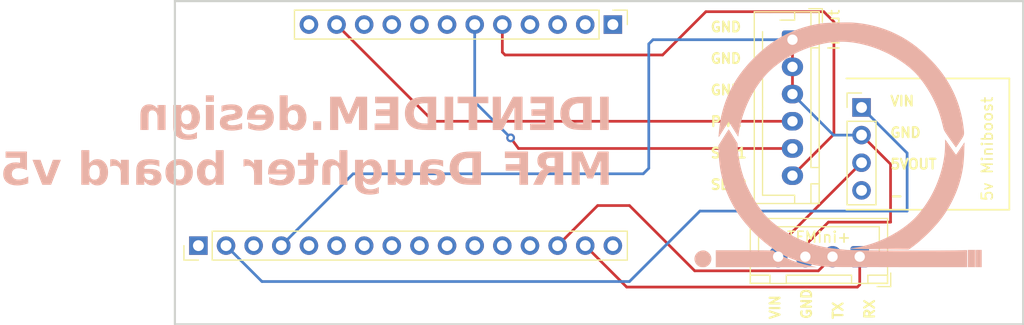
<source format=kicad_pcb>
(kicad_pcb (version 20221018) (generator pcbnew)
  (layers (0 "F.Cu" signal) (31 "B.Cu" signal) (34 "B.Paste" user) (35 "F.Paste" user) (36 "B.SilkS" user "B.Silkscreen") (37 "F.SilkS" user "F.Silkscreen") (38 "B.Mask" user) (39 "F.Mask" user) (44 "Edge.Cuts" user))
  (net 0 "")
  (net 1 "Net-(J2-Pin_6)")
  (net 2 "Net-(J1-Pin_4)")
  (net 6 "Net-(J1-Pin_2)")
  (net 7 "Net-(J2-Pin_11)")
  (net 16 "Net-(J1-Pin_14)")
  (net 17 "Net-(J1-Pin_15)")
  (net 23 "Net-(J2-Pin_5)")
  (net 29 "Net-(J3-Pin_4)")
  (footprint "Connector_PinHeader_2.54mm:PinHeader_1x12_P2.54mm_Vertical" (layer "F.Cu") (at 146.05 101.6 -90)
    (fp_text reference "J2" hide)
    (fp_text value "Feather-2" hide)
    (fp_line (start -1.33 -1.33) (end 0 -1.33) (stroke (width 0.12)) (layer "F.SilkS"))
    (fp_line (start -1.33 0) (end -1.33 -1.33) (stroke (width 0.12)) (layer "F.SilkS"))
    (fp_line (start -1.33 1.27) (end -1.33 29.27) (stroke (width 0.12)) (layer "F.SilkS"))
    (fp_line (start -1.33 1.27) (end 1.33 1.27) (stroke (width 0.12)) (layer "F.SilkS"))
    (fp_line (start -1.33 29.27) (end 1.33 29.27) (stroke (width 0.12)) (layer "F.SilkS"))
    (fp_line (start 1.33 1.27) (end 1.33 29.27) (stroke (width 0.12)) (layer "F.SilkS"))
    (pad "1" thru_hole rect (at 0 0 270) (size 1.7 1.7) (drill 1) (layers "*.Cu" "*.Mask"))
    (pad "2" thru_hole oval (at 0 2.54 270) (size 1.7 1.7) (drill 1) (layers "*.Cu" "*.Mask"))
    (pad "3" thru_hole oval (at 0 5.08 270) (size 1.7 1.7) (drill 1) (layers "*.Cu" "*.Mask"))
    (pad "4" thru_hole oval (at 0 7.62 270) (size 1.7 1.7) (drill 1) (layers "*.Cu" "*.Mask"))
    (pad "5" thru_hole oval (at 0 10.16 270) (size 1.7 1.7) (drill 1) (layers "*.Cu" "*.Mask") (net 23 "Net-(J2-Pin_5)"))
    (pad "6" thru_hole oval (at 0 12.7 270) (size 1.7 1.7) (drill 1) (layers "*.Cu" "*.Mask") (net 1 "Net-(J2-Pin_6)"))
    (pad "7" thru_hole oval (at 0 15.24 270) (size 1.7 1.7) (drill 1) (layers "*.Cu" "*.Mask"))
    (pad "8" thru_hole oval (at 0 17.78 270) (size 1.7 1.7) (drill 1) (layers "*.Cu" "*.Mask"))
    (pad "9" thru_hole oval (at 0 20.32 270) (size 1.7 1.7) (drill 1) (layers "*.Cu" "*.Mask"))
    (pad "10" thru_hole oval (at 0 22.86 270) (size 1.7 1.7) (drill 1) (layers "*.Cu" "*.Mask"))
    (pad "11" thru_hole oval (at 0 25.4 270) (size 1.7 1.7) (drill 1) (layers "*.Cu" "*.Mask") (net 7 "Net-(J2-Pin_11)"))
    (pad "12" thru_hole oval (at 0 27.94 270) (size 1.7 1.7) (drill 1) (layers "*.Cu" "*.Mask"))
  )
  (footprint "Connector_PinHeader_2.54mm:PinHeader_1x16_P2.54mm_Vertical" (layer "F.Cu") (at 107.95 121.92 90)
    (fp_text reference "J1" hide)
    (fp_text value "Feather-1" hide)
    (fp_line (start -1.33 -1.33) (end 0 -1.33) (stroke (width 0.12)) (layer "F.SilkS"))
    (fp_line (start -1.33 0) (end -1.33 -1.33) (stroke (width 0.12)) (layer "F.SilkS"))
    (fp_line (start -1.33 1.27) (end -1.33 39.43) (stroke (width 0.12)) (layer "F.SilkS"))
    (fp_line (start -1.33 1.27) (end 1.33 1.27) (stroke (width 0.12)) (layer "F.SilkS"))
    (fp_line (start -1.33 39.43) (end 1.33 39.43) (stroke (width 0.12)) (layer "F.SilkS"))
    (fp_line (start 1.33 1.27) (end 1.33 39.43) (stroke (width 0.12)) (layer "F.SilkS"))
    (pad "1" thru_hole rect (at 0 0 90) (size 1.7 1.7) (drill 1) (layers "*.Cu" "*.Mask"))
    (pad "2" thru_hole oval (at 0 2.54 90) (size 1.7 1.7) (drill 1) (layers "*.Cu" "*.Mask") (net 6 "Net-(J1-Pin_2)"))
    (pad "3" thru_hole oval (at 0 5.08 90) (size 1.7 1.7) (drill 1) (layers "*.Cu" "*.Mask"))
    (pad "4" thru_hole oval (at 0 7.62 90) (size 1.7 1.7) (drill 1) (layers "*.Cu" "*.Mask") (net 2 "Net-(J1-Pin_4)"))
    (pad "5" thru_hole oval (at 0 10.16 90) (size 1.7 1.7) (drill 1) (layers "*.Cu" "*.Mask"))
    (pad "6" thru_hole oval (at 0 12.7 90) (size 1.7 1.7) (drill 1) (layers "*.Cu" "*.Mask"))
    (pad "7" thru_hole oval (at 0 15.24 90) (size 1.7 1.7) (drill 1) (layers "*.Cu" "*.Mask"))
    (pad "8" thru_hole oval (at 0 17.78 90) (size 1.7 1.7) (drill 1) (layers "*.Cu" "*.Mask"))
    (pad "9" thru_hole oval (at 0 20.32 90) (size 1.7 1.7) (drill 1) (layers "*.Cu" "*.Mask"))
    (pad "10" thru_hole oval (at 0 22.86 90) (size 1.7 1.7) (drill 1) (layers "*.Cu" "*.Mask"))
    (pad "11" thru_hole oval (at 0 25.4 90) (size 1.7 1.7) (drill 1) (layers "*.Cu" "*.Mask"))
    (pad "12" thru_hole oval (at 0 27.94 90) (size 1.7 1.7) (drill 1) (layers "*.Cu" "*.Mask"))
    (pad "13" thru_hole oval (at 0 30.48 90) (size 1.7 1.7) (drill 1) (layers "*.Cu" "*.Mask"))
    (pad "14" thru_hole oval (at 0 33.02 90) (size 1.7 1.7) (drill 1) (layers "*.Cu" "*.Mask") (net 16 "Net-(J1-Pin_14)"))
    (pad "15" thru_hole oval (at 0 35.56 90) (size 1.7 1.7) (drill 1) (layers "*.Cu" "*.Mask") (net 17 "Net-(J1-Pin_15)"))
    (pad "16" thru_hole oval (at 0 38.1 90) (size 1.7 1.7) (drill 1) (layers "*.Cu" "*.Mask"))
  )
  (footprint "MountingHole:MountingHole_2.2mm_M2" (layer "F.Cu") (at 108.839 126.365)
    (fp_text reference "REF**" hide)
    (fp_text value "MountingHole_2.2mm_M2" hide)
    (pad "" np_thru_hole circle (at 0 0) (size 2.2 2.2) (drill 2.2) (layers "*.Cu" "*.Mask"))
  )
  (footprint "MountingHole:MountingHole_2.2mm_M2" (layer "F.Cu") (at 180.34 125.857)
    (fp_text reference "REF**" hide)
    (fp_text value "MountingHole_2.2mm_M2" hide)
    (pad "" np_thru_hole circle (at 0 0) (size 2.2 2.2) (drill 2.2) (layers "*.Cu" "*.Mask"))
  )
  (footprint "MountingHole:MountingHole_2.2mm_M2" (layer "F.Cu") (at 180.34 102.743)
    (fp_text reference "REF**" hide)
    (fp_text value "MountingHole_2.2mm_M2" hide)
    (pad "" np_thru_hole circle (at 0 0) (size 2.2 2.2) (drill 2.2) (layers "*.Cu" "*.Mask"))
  )
  (footprint "Connector_PinHeader_2.54mm:PinHeader_1x04_P2.54mm_Vertical" (layer "F.Cu") (at 168.91 109.22)
    (fp_text reference "J4" hide)
    (fp_text value "5v Miniboost" (at 11.557 3.81 90) (layer "F.SilkS"))
    (fp_line (start -1.33 -1.33) (end 0 -1.33) (stroke (width 0.12)) (layer "F.SilkS"))
    (fp_line (start -1.33 0) (end -1.33 -1.33) (stroke (width 0.12)) (layer "F.SilkS"))
    (fp_line (start -1.33 1.27) (end -1.33 8.95) (stroke (width 0.12)) (layer "F.SilkS"))
    (fp_line (start -1.33 1.27) (end 1.33 1.27) (stroke (width 0.12)) (layer "F.SilkS"))
    (fp_line (start -1.33 8.95) (end 1.33 8.95) (stroke (width 0.12)) (layer "F.SilkS"))
    (fp_line (start 1.33 1.27) (end 1.33 8.95) (stroke (width 0.12)) (layer "F.SilkS"))
    (pad "1" thru_hole rect (at 0 0) (size 1.7 1.7) (drill 1) (layers "*.Cu" "*.Mask") (net 6 "Net-(J1-Pin_2)"))
    (pad "2" thru_hole oval (at 0 2.54) (size 1.7 1.7) (drill 1) (layers "*.Cu" "*.Mask") (net 2 "Net-(J1-Pin_4)"))
    (pad "3" thru_hole oval (at 0 5.08) (size 1.7 1.7) (drill 1) (layers "*.Cu" "*.Mask") (net 29 "Net-(J3-Pin_4)"))
    (pad "4" thru_hole oval (at 0 7.62) (size 1.7 1.7) (drill 1) (layers "*.Cu" "*.Mask"))
  )
  (footprint "Connector_JST:JST_XH_B4B-XH-A_1x04_P2.50mm_Vertical" (layer "F.Cu") (at 168.743 122.936 180)
    (fp_text reference "J3" hide)
    (fp_text value "TFMini+" (at 3.75 1.795) (layer "F.SilkS"))
    (fp_line (start -2.85 -2.75) (end -2.85 -1.5) (stroke (width 0.12)) (layer "F.SilkS"))
    (fp_line (start -2.56 -2.46) (end -2.56 3.51) (stroke (width 0.12)) (layer "F.SilkS"))
    (fp_line (start -2.56 3.51) (end 10.06 3.51) (stroke (width 0.12)) (layer "F.SilkS"))
    (fp_line (start -2.55 -2.45) (end -2.55 -1.7) (stroke (width 0.12)) (layer "F.SilkS"))
    (fp_line (start -2.55 -1.7) (end -0.75 -1.7) (stroke (width 0.12)) (layer "F.SilkS"))
    (fp_line (start -2.55 -0.2) (end -1.8 -0.2) (stroke (width 0.12)) (layer "F.SilkS"))
    (fp_line (start -1.8 -0.2) (end -1.8 2.75) (stroke (width 0.12)) (layer "F.SilkS"))
    (fp_line (start -1.8 2.75) (end 3.75 2.75) (stroke (width 0.12)) (layer "F.SilkS"))
    (fp_line (start -1.6 -2.75) (end -2.85 -2.75) (stroke (width 0.12)) (layer "F.SilkS"))
    (fp_line (start -0.75 -2.45) (end -2.55 -2.45) (stroke (width 0.12)) (layer "F.SilkS"))
    (fp_line (start -0.75 -1.7) (end -0.75 -2.45) (stroke (width 0.12)) (layer "F.SilkS"))
    (fp_line (start 0.75 -2.45) (end 0.75 -1.7) (stroke (width 0.12)) (layer "F.SilkS"))
    (fp_line (start 0.75 -1.7) (end 6.75 -1.7) (stroke (width 0.12)) (layer "F.SilkS"))
    (fp_line (start 6.75 -2.45) (end 0.75 -2.45) (stroke (width 0.12)) (layer "F.SilkS"))
    (fp_line (start 6.75 -1.7) (end 6.75 -2.45) (stroke (width 0.12)) (layer "F.SilkS"))
    (fp_line (start 8.25 -2.45) (end 8.25 -1.7) (stroke (width 0.12)) (layer "F.SilkS"))
    (fp_line (start 8.25 -1.7) (end 10.05 -1.7) (stroke (width 0.12)) (layer "F.SilkS"))
    (fp_line (start 9.3 -0.2) (end 9.3 2.75) (stroke (width 0.12)) (layer "F.SilkS"))
    (fp_line (start 9.3 2.75) (end 3.75 2.75) (stroke (width 0.12)) (layer "F.SilkS"))
    (fp_line (start 10.05 -2.45) (end 8.25 -2.45) (stroke (width 0.12)) (layer "F.SilkS"))
    (fp_line (start 10.05 -1.7) (end 10.05 -2.45) (stroke (width 0.12)) (layer "F.SilkS"))
    (fp_line (start 10.05 -0.2) (end 9.3 -0.2) (stroke (width 0.12)) (layer "F.SilkS"))
    (fp_line (start 10.06 -2.46) (end -2.56 -2.46) (stroke (width 0.12)) (layer "F.SilkS"))
    (fp_line (start 10.06 3.51) (end 10.06 -2.46) (stroke (width 0.12)) (layer "F.SilkS"))
    (pad "1" thru_hole roundrect (at 0 0 180) (size 1.7 1.95) (drill 0.95) (layers "*.Cu" "*.Mask") (roundrect_rratio 0.1470588235) (net 17 "Net-(J1-Pin_15)"))
    (pad "2" thru_hole oval (at 2.5 0 180) (size 1.7 1.95) (drill 0.95) (layers "*.Cu" "*.Mask") (net 16 "Net-(J1-Pin_14)"))
    (pad "3" thru_hole oval (at 5 0 180) (size 1.7 1.95) (drill 0.95) (layers "*.Cu" "*.Mask") (net 2 "Net-(J1-Pin_4)"))
    (pad "4" thru_hole oval (at 7.5 0 180) (size 1.7 1.95) (drill 0.95) (layers "*.Cu" "*.Mask") (net 29 "Net-(J3-Pin_4)"))
  )
  (footprint "Connector_JST:JST_XH_B6B-XH-AM_1x06_P2.50mm_Vertical" (layer "F.Cu") (at 162.56 102.99 -90)
    (fp_text reference "J6" hide)
    (fp_text value "Input" (at -0.882 -3.81 -90) (layer "F.SilkS"))
    (fp_line (start -2.85 -2.75) (end -2.85 -1.5) (stroke (width 0.12)) (layer "F.SilkS"))
    (fp_line (start -2.56 -2.46) (end -2.56 3.51) (stroke (width 0.12)) (layer "F.SilkS"))
    (fp_line (start -2.56 3.51) (end 15.06 3.51) (stroke (width 0.12)) (layer "F.SilkS"))
    (fp_line (start -2.55 -2.45) (end -2.55 -1.7) (stroke (width 0.12)) (layer "F.SilkS"))
    (fp_line (start -2.55 -1.7) (end -0.75 -1.7) (stroke (width 0.12)) (layer "F.SilkS"))
    (fp_line (start -2.55 -0.2) (end -1.8 -0.2) (stroke (width 0.12)) (layer "F.SilkS"))
    (fp_line (start -1.8 -0.2) (end -1.8 1.14) (stroke (width 0.12)) (layer "F.SilkS"))
    (fp_line (start -1.6 -2.75) (end -2.85 -2.75) (stroke (width 0.12)) (layer "F.SilkS"))
    (fp_line (start -0.75 -2.45) (end -2.55 -2.45) (stroke (width 0.12)) (layer "F.SilkS"))
    (fp_line (start -0.75 -1.7) (end -0.75 -2.45) (stroke (width 0.12)) (layer "F.SilkS"))
    (fp_line (start 0.75 -2.45) (end 0.75 -1.7) (stroke (width 0.12)) (layer "F.SilkS"))
    (fp_line (start 0.75 -1.7) (end 11.75 -1.7) (stroke (width 0.12)) (layer "F.SilkS"))
    (fp_line (start 6.25 2.75) (end -0.74 2.75) (stroke (width 0.12)) (layer "F.SilkS"))
    (fp_line (start 11.75 -2.45) (end 0.75 -2.45) (stroke (width 0.12)) (layer "F.SilkS"))
    (fp_line (start 11.75 -1.7) (end 11.75 -2.45) (stroke (width 0.12)) (layer "F.SilkS"))
    (fp_line (start 13.25 -2.45) (end 13.25 -1.7) (stroke (width 0.12)) (layer "F.SilkS"))
    (fp_line (start 13.25 -1.7) (end 15.05 -1.7) (stroke (width 0.12)) (layer "F.SilkS"))
    (fp_line (start 14.3 -0.2) (end 14.3 2.75) (stroke (width 0.12)) (layer "F.SilkS"))
    (fp_line (start 14.3 2.75) (end 6.25 2.75) (stroke (width 0.12)) (layer "F.SilkS"))
    (fp_line (start 15.05 -2.45) (end 13.25 -2.45) (stroke (width 0.12)) (layer "F.SilkS"))
    (fp_line (start 15.05 -1.7) (end 15.05 -2.45) (stroke (width 0.12)) (layer "F.SilkS"))
    (fp_line (start 15.05 -0.2) (end 14.3 -0.2) (stroke (width 0.12)) (layer "F.SilkS"))
    (fp_line (start 15.06 -2.46) (end -2.56 -2.46) (stroke (width 0.12)) (layer "F.SilkS"))
    (fp_line (start 15.06 3.51) (end 15.06 -2.46) (stroke (width 0.12)) (layer "F.SilkS"))
    (pad "" np_thru_hole circle (at -1.6 2 270) (size 1.2 1.2) (drill 1.2) (layers "*.Cu" "*.Mask"))
    (pad "1" thru_hole roundrect (at 0 0 270) (size 1.7 1.95) (drill 0.95) (layers "*.Cu" "*.Mask") (roundrect_rratio 0.1470588235) (net 2 "Net-(J1-Pin_4)"))
    (pad "2" thru_hole oval (at 2.5 0 270) (size 1.7 1.95) (drill 0.95) (layers "*.Cu" "*.Mask") (net 2 "Net-(J1-Pin_4)"))
    (pad "3" thru_hole oval (at 5 0 270) (size 1.7 1.95) (drill 0.95) (layers "*.Cu" "*.Mask") (net 2 "Net-(J1-Pin_4)"))
    (pad "4" thru_hole oval (at 7.5 0 270) (size 1.7 1.95) (drill 0.95) (layers "*.Cu" "*.Mask") (net 7 "Net-(J2-Pin_11)"))
    (pad "5" thru_hole oval (at 10 0 270) (size 1.7 1.95) (drill 0.95) (layers "*.Cu" "*.Mask") (net 1 "Net-(J2-Pin_6)"))
    (pad "6" thru_hole oval (at 12.5 0 270) (size 1.7 1.95) (drill 0.95) (layers "*.Cu" "*.Mask") (net 23 "Net-(J2-Pin_5)"))
  )
  (gr_poly (pts (xy 154.336385 122.360529) (xy 154.306089 122.361934) (xy 154.275778 122.364556) (xy 154.245498 122.368377) (xy 154.215294 122.373379) (xy 154.185212 122.379543) (xy 154.155296 122.386853) (xy 154.125592 122.395288) (xy 154.096146 122.404832) (xy 154.067001 122.415467) (xy 154.038205 122.427174) (xy 154.0098 122.439935) (xy 153.981834 122.453732) (xy 153.954351 122.468547) (xy 153.927397 122.484362) (xy 153.901016 122.501159) (xy 153.875254 122.51892) (xy 153.850155 122.537627) (xy 153.825767 122.557261) (xy 153.802132 122.577804) (xy 153.779298 122.599239) (xy 153.757308 122.621548) (xy 153.736208 122.644711) (xy 153.716044 122.668712) (xy 153.69686 122.693532) (xy 153.678702 122.719153) (xy 153.661615 122.745556) (xy 153.642079 122.778959) (xy 153.62447 122.812979) (xy 153.608773 122.847551) (xy 153.594973 122.882609) (xy 153.583054 122.918088) (xy 153.573 122.953923) (xy 153.564796 122.990049) (xy 153.558427 123.0264) (xy 153.553877 123.062911) (xy 153.55113 123.099518) (xy 153.550172 123.136154) (xy 153.550985 123.172754) (xy 153.553556 123.209254) (xy 153.557869 123.245587) (xy 153.563907 123.28169) (xy 153.571656 123.317496) (xy 153.581099 123.35294) (xy 153.592223 123.387957) (xy 153.60501 123.422482) (xy 153.619446 123.45645) (xy 153.635514 123.489795) (xy 153.653201 123.522452) (xy 153.672489 123.554356) (xy 153.693363 123.585441) (xy 153.715809 123.615643) (xy 153.73981 123.644896) (xy 153.765351 123.673134) (xy 153.792416 123.700293) (xy 153.820991 123.726308) (xy 153.851059 123.751113) (xy 153.882605 123.774643) (xy 153.915613 123.796832) (xy 153.941139 123.812515) (xy 153.965037 123.82655) (xy 153.987663 123.839024) (xy 154.009375 123.850025) (xy 154.030529 123.859641) (xy 154.051481 123.867961) (xy 154.072589 123.87507) (xy 154.094207 123.881059) (xy 154.116694 123.886014) (xy 154.140406 123.890023) (xy 154.165699 123.893175) (xy 154.19293 123.895556) (xy 154.222455 123.897256) (xy 154.254631 123.898361) (xy 154.328363 123.899139) (xy 154.366911 123.898959) (xy 154.402095 123.898361) (xy 154.434272 123.897256) (xy 154.463797 123.895556) (xy 154.491028 123.893175) (xy 154.516321 123.890023) (xy 154.540033 123.886014) (xy 154.56252 123.881059) (xy 154.584139 123.87507) (xy 154.605247 123.867961) (xy 154.626199 123.859641) (xy 154.647353 123.850025) (xy 154.669065 123.839024) (xy 154.691692 123.82655) (xy 154.71559 123.812515) (xy 154.741116 123.796832) (xy 154.773494 123.774984) (xy 154.804471 123.751814) (xy 154.83403 123.727385) (xy 154.862156 123.701762) (xy 154.888833 123.675007) (xy 154.914043 123.647183) (xy 154.937772 123.618355) (xy 154.960003 123.588584) (xy 154.98072 123.557935) (xy 154.999907 123.526471) (xy 155.017547 123.494255) (xy 155.033625 123.46135) (xy 155.048124 123.42782) (xy 155.061028 123.393728) (xy 155.072321 123.359137) (xy 155.081987 123.324111) (xy 155.090009 123.288713) (xy 155.096372 123.253006) (xy 155.10106 123.217054) (xy 155.104056 123.180919) (xy 155.105343 123.144666) (xy 155.104907 123.108357) (xy 155.102731 123.072055) (xy 155.098798 123.035825) (xy 155.093093 122.999729) (xy 155.085599 122.963831) (xy 155.0763 122.928193) (xy 155.065181 122.89288) (xy 155.052224 122.857955) (xy 155.037414 122.82348) (xy 155.020735 122.78952) (xy 155.00217 122.756137) (xy 154.981859 122.723372) (xy 154.959403 122.6913) (xy 154.934973 122.660034) (xy 154.90874 122.629688) (xy 154.880873 122.600376) (xy 154.851544 122.572211) (xy 154.820923 122.545306) (xy 154.789181 122.519777) (xy 154.756488 122.495735) (xy 154.723014 122.473296) (xy 154.688931 122.452572) (xy 154.654408 122.433678) (xy 154.619617 122.416727) (xy 154.584727 122.401832) (xy 154.54991 122.389108) (xy 154.515335 122.378668) (xy 154.486073 122.372391) (xy 154.456526 122.36744) (xy 154.426738 122.363796) (xy 154.396755 122.361442) (xy 154.366623 122.360359)) (fill solid) (layer "B.SilkS"))
  (gr_poly (pts (xy 179.428503 123.899139) (xy 179.95767 123.899139) (xy 179.95767 122.311639) (xy 179.428503 122.311639)) (fill solid) (layer "B.SilkS"))
  (gr_poly (pts (xy 155.510172 123.899139) (xy 160.156255 123.895611) (xy 164.805864 123.895611) (xy 164.311975 123.793304) (xy 164.093928 123.745783) (xy 163.872657 123.69359) (xy 163.650559 123.637346) (xy 163.430031 123.57767) (xy 163.213473 123.515183) (xy 163.00328 123.450505) (xy 162.801852 123.384256) (xy 162.611586 123.317056) (xy 162.484291 123.26807) (xy 162.347457 123.211912) (xy 162.203533 123.149841) (xy 162.054969 123.08312) (xy 161.753716 122.940768) (xy 161.463295 122.794945) (xy 161.2033 122.655735) (xy 161.090837 122.591763) (xy 160.993329 122.533228) (xy 160.913226 122.48139) (xy 160.852976 122.43751) (xy 160.81503 122.402849) (xy 160.805186 122.38937) (xy 160.801837 122.378668) (xy 160.753985 122.372239) (xy 160.614148 122.366265) (xy 160.080847 122.356178) (xy 159.246583 122.349398) (xy 158.156003 122.346917) (xy 155.510172 122.346917)) (fill solid) (layer "B.SilkS"))
  (gr_poly (pts (xy 156.679897 111.249617) (xy 156.650249 111.293177) (xy 156.546014 111.453139) (xy 156.394816 111.68983) (xy 156.212198 111.978776) (xy 155.74653 112.72314) (xy 155.767697 113.347555) (xy 155.786644 113.716693) (xy 155.815756 114.079479) (xy 155.85511 114.436178) (xy 155.904784 114.787053) (xy 155.964855 115.132368) (xy 156.035401 115.472386) (xy 156.116499 115.807371) (xy 156.208228 116.137586) (xy 156.310663 116.463295) (xy 156.423884 116.784761) (xy 156.547967 117.102249) (xy 156.68299 117.41602) (xy 156.82903 117.72634) (xy 156.986165 118.033471) (xy 157.154473 118.337678) (xy 157.33403 118.639222) (xy 157.480277 118.866943) (xy 157.637991 119.097061) (xy 157.806319 119.328668) (xy 157.984409 119.560854) (xy 158.171408 119.792709) (xy 158.366463 120.023323) (xy 158.568722 120.251788) (xy 158.777332 120.477194) (xy 158.991441 120.698631) (xy 159.210195 120.91519) (xy 159.432742 121.125961) (xy 159.65823 121.330034) (xy 159.885805 121.526501) (xy 160.114616 121.714452) (xy 160.343809 121.892977) (xy 160.572531 122.061166) (xy 160.699971 122.154984) (xy 160.814183 122.240202) (xy 160.862194 122.276898) (xy 160.901937 122.308221) (xy 160.931759 122.333094) (xy 160.942432 122.342776) (xy 160.950005 122.350442) (xy 160.975171 122.372881) (xy 161.011602 122.400142) (xy 161.114045 122.466915) (xy 161.2489 122.546338) (xy 161.407732 122.633989) (xy 161.582109 122.725442) (xy 161.763597 122.816276) (xy 161.943762 122.902067) (xy 162.114171 122.97839) (xy 162.510288 123.139682) (xy 162.911118 123.28514) (xy 163.318066 123.415137) (xy 163.732538 123.530045) (xy 164.15594 123.630235) (xy 164.589678 123.71608) (xy 165.035156 123.787952) (xy 165.493781 123.846222) (xy 165.971078 123.873838) (xy 167.028805 123.889879) (xy 172.291809 123.899139) (xy 178.617114 123.899139) (xy 178.617114 122.329278) (xy 177.551726 122.357501) (xy 175.445698 122.372217) (xy 172.183771 122.36676) (xy 169.111683 122.34609) (xy 167.575171 122.315167) (xy 167.177854 122.274598) (xy 166.693225 122.223443) (xy 166.414362 122.193187) (xy 166.144738 122.159158) (xy 165.883507 122.12114) (xy 165.62982 122.078915) (xy 165.382831 122.032267) (xy 165.141692 121.980978) (xy 164.905555 121.924831) (xy 164.673572 121.86361) (xy 164.444897 121.797097) (xy 164.218682 121.725076) (xy 163.994079 121.647329) (xy 163.770241 121.563639) (xy 163.54632 121.473789) (xy 163.321469 121.377562) (xy 163.094841 121.274742) (xy 162.865587 121.165111) (xy 162.691648 121.077751) (xy 162.516867 120.985318) (xy 162.34189 120.888274) (xy 162.167362 120.787087) (xy 161.99393 120.68222) (xy 161.822239 120.574138) (xy 161.652936 120.463308) (xy 161.486666 120.350193) (xy 161.324076 120.23526) (xy 161.165811 120.118972) (xy 161.012517 120.001796) (xy 160.86484 119.884196) (xy 160.723427 119.766638) (xy 160.588922 119.649586) (xy 160.461973 119.533505) (xy 160.343225 119.418861) (xy 160.183937 119.252416) (xy 160.024064 119.072705) (xy 159.864347 118.880933) (xy 159.705524 118.678304) (xy 159.548334 118.466021) (xy 159.393515 118.24529) (xy 159.241808 118.017313) (xy 159.093951 117.783295) (xy 158.950682 117.544441) (xy 158.812741 117.301953) (xy 158.680867 117.057037) (xy 158.555799 116.810896) (xy 158.438276 116.564735) (xy 158.329036 116.319756) (xy 158.228819 116.077166) (xy 158.138364 115.838167) (xy 158.020273 115.4884) (xy 157.912642 115.126933) (xy 157.816337 114.757612) (xy 157.732229 114.384281) (xy 157.661184 114.010784) (xy 157.604071 113.640967) (xy 157.561758 113.278674) (xy 157.535114 112.927749) (xy 157.513947 112.522056) (xy 157.228198 112.063444) (xy 157.108805 111.869802) (xy 156.992719 111.683767) (xy 156.826031 111.417862) (xy 156.778296 111.347526) (xy 156.75695 111.31641) (xy 156.737836 111.289097) (xy 156.721369 111.266415) (xy 156.714256 111.257069) (xy 156.707961 111.24919) (xy 156.702533 111.242882) (xy 156.698026 111.238248) (xy 156.696133 111.236592) (xy 156.69449 111.235392) (xy 156.693102 111.234663) (xy 156.691977 111.234417)) (fill solid) (layer "B.SilkS"))
  (gr_poly (pts (xy 166.70866 101.413083) (xy 165.894239 101.439871) (xy 165.572915 101.457359) (xy 165.35267 101.476582) (xy 165.068089 101.517215) (xy 164.78589 101.565011) (xy 164.50614 101.619938) (xy 164.228907 101.681966) (xy 163.954258 101.751062) (xy 163.68226 101.827197) (xy 163.41298 101.910339) (xy 163.146486 102.000458) (xy 162.882843 102.097522) (xy 162.622121 102.2015) (xy 162.364386 102.312362) (xy 162.109705 102.430075) (xy 161.858144 102.554611) (xy 161.609773 102.685936) (xy 161.364657 102.824021) (xy 161.122864 102.968834) (xy 160.856218 103.139981) (xy 160.588777 103.324657) (xy 160.321564 103.521838) (xy 160.055601 103.730503) (xy 159.791911 103.949626) (xy 159.531519 104.178186) (xy 159.275447 104.415158) (xy 159.024718 104.65952) (xy 158.780356 104.910249) (xy 158.543383 105.166321) (xy 158.314824 105.426713) (xy 158.0957 105.690403) (xy 157.887036 105.956366) (xy 157.689854 106.223579) (xy 157.505178 106.49102) (xy 157.33403 106.757666) (xy 157.165676 107.039947) (xy 157.007167 107.324729) (xy 156.858424 107.61228) (xy 156.71937 107.902871) (xy 156.589929 108.196768) (xy 156.470021 108.494242) (xy 156.359571 108.79556) (xy 156.258499 109.100992) (xy 156.166729 109.410806) (xy 156.084184 109.725271) (xy 156.010785 110.044656) (xy 155.946456 110.369228) (xy 155.891118 110.699258) (xy 155.844695 111.035014) (xy 155.807108 111.376764) (xy 155.778281 111.724777) (xy 155.775846 111.764202) (xy 155.77385 111.79924) (xy 155.77232 111.83005) (xy 155.77128 111.856794) (xy 155.770757 111.879631) (xy 155.770698 111.889634) (xy 155.770777 111.898721) (xy 155.770999 111.906911) (xy 155.771365 111.914225) (xy 155.771881 111.920682) (xy 155.772548 111.926302) (xy 155.77337 111.931106) (xy 155.774351 111.935114) (xy 155.775493 111.938345) (xy 155.776125 111.939676) (xy 155.776799 111.94082) (xy 155.777515 111.94178) (xy 155.778274 111.942558) (xy 155.779075 111.943157) (xy 155.77992 111.94358) (xy 155.780808 111.943829) (xy 155.78174 111.943906) (xy 155.782716 111.943814) (xy 155.783738 111.943555) (xy 155.784804 111.943132) (xy 155.785916 111.942548) (xy 155.788279 111.940905) (xy 155.790829 111.938645) (xy 155.79357 111.935789) (xy 155.796505 111.932357) (xy 155.799636 111.928369) (xy 155.802968 111.923845) (xy 155.806503 111.918805) (xy 155.856829 111.841414) (xy 155.960403 111.678034) (xy 156.101678 111.452477) (xy 156.265112 111.188556) (xy 156.427556 110.932185) (xy 156.561887 110.722448) (xy 156.614274 110.641785) (xy 156.654548 110.580841) (xy 156.681014 110.542304) (xy 156.688539 110.532278) (xy 156.691977 110.528862) (xy 156.729182 110.583322) (xy 156.825589 110.731708) (xy 156.966314 110.951532) (xy 157.136475 111.220305) (xy 157.570392 111.911751) (xy 157.651532 111.428445) (xy 157.710777 111.100731) (xy 157.781205 110.774076) (xy 157.862588 110.448961) (xy 157.9547 110.125867) (xy 158.057312 109.805274) (xy 158.170197 109.487663) (xy 158.293129 109.173514) (xy 158.425879 108.863308) (xy 158.56822 108.557526) (xy 158.719925 108.256648) (xy 158.880766 107.961154) (xy 159.050516 107.671526) (xy 159.228948 107.388244) (xy 159.415834 107.111788) (xy 159.610947 106.842639) (xy 159.814059 106.581277) (xy 159.951994 106.414403) (xy 160.084761 106.260966) (xy 160.215461 106.117864) (xy 160.347194 105.981996) (xy 160.483061 105.850263) (xy 160.626164 105.719563) (xy 160.779601 105.586796) (xy 160.946475 105.448861) (xy 161.16247 105.280094) (xy 161.384257 105.11654) (xy 161.611512 104.958372) (xy 161.843909 104.805758) (xy 162.081122 104.65887) (xy 162.322825 104.517879) (xy 162.568694 104.382954) (xy 162.818402 104.254267) (xy 163.071624 104.131988) (xy 163.328035 104.016287) (xy 163.587309 103.907335) (xy 163.84912 103.805302) (xy 164.113142 103.710359) (xy 164.379051 103.622677) (xy 164.646521 103.542426) (xy 164.915225 103.469777) (xy 165.200598 103.400944) (xy 165.479242 103.341289) (xy 165.75212 103.290811) (xy 166.020191 103.249512) (xy 166.284418 103.21739) (xy 166.545761 103.194445) (xy 166.805182 103.180679) (xy 167.063642 103.17609) (xy 167.322101 103.180679) (xy 167.581522 103.194445) (xy 167.842865 103.21739) (xy 168.107092 103.249512) (xy 168.375164 103.290811) (xy 168.648041 103.341289) (xy 168.926686 103.400944) (xy 169.212059 103.469777) (xy 169.481865 103.543033) (xy 169.742658 103.62059) (xy 169.997003 103.703438) (xy 170.247461 103.792569) (xy 170.496597 103.888977) (xy 170.746972 103.993653) (xy 171.001152 104.107589) (xy 171.261697 104.231778) (xy 171.435636 104.319137) (xy 171.610417 104.41157) (xy 171.785394 104.508613) (xy 171.959922 104.609801) (xy 172.133354 104.714668) (xy 172.305045 104.822749) (xy 172.474348 104.93358) (xy 172.640618 105.046694) (xy 172.803208 105.161628) (xy 172.961473 105.277915) (xy 173.114767 105.395092) (xy 173.262444 105.512692) (xy 173.403857 105.63025) (xy 173.538362 105.747303) (xy 173.665311 105.863384) (xy 173.784059 105.978028) (xy 173.898703 106.096776) (xy 174.014784 106.223725) (xy 174.131836 106.358229) (xy 174.249395 106.499643) (xy 174.484171 106.800613) (xy 174.715392 107.121468) (xy 174.939337 107.457041) (xy 175.152285 107.802164) (xy 175.253473 107.976692) (xy 175.350516 108.151669) (xy 175.44295 108.32645) (xy 175.530309 108.500389) (xy 175.678366 108.809414) (xy 175.809885 109.105292) (xy 175.928176 109.397698) (xy 176.036545 109.696305) (xy 176.138299 110.010787) (xy 176.236746 110.350818) (xy 176.335193 110.726072) (xy 176.436948 111.146222) (xy 176.455751 111.213243) (xy 176.468039 111.247588) (xy 176.482864 111.283529) (xy 176.500686 111.321848) (xy 176.521966 111.363325) (xy 176.576736 111.458871) (xy 176.650854 111.576411) (xy 176.747999 111.722187) (xy 176.87185 111.902442) (xy 177.026086 112.123417) (xy 177.134835 112.278006) (xy 177.237257 112.422176) (xy 177.330998 112.552787) (xy 177.413701 112.666695) (xy 177.48301 112.76076) (xy 177.536567 112.831839) (xy 177.572017 112.876791) (xy 177.582215 112.888487) (xy 177.587003 112.892473) (xy 177.591477 112.889626) (xy 177.599475 112.881276) (xy 177.625258 112.849202) (xy 177.662782 112.798525) (xy 177.710476 112.731517) (xy 177.830089 112.557609) (xy 177.971531 112.345666) (xy 178.108294 112.13914) (xy 178.162922 112.054258) (xy 178.20905 111.978668) (xy 178.247177 111.910146) (xy 178.277807 111.846472) (xy 178.301439 111.785424) (xy 178.318576 111.724778) (xy 178.329719 111.662313) (xy 178.335368 111.595807) (xy 178.336025 111.523038) (xy 178.332191 111.441784) (xy 178.324368 111.349822) (xy 178.313057 111.244931) (xy 178.281976 110.987472) (xy 178.226675 110.598528) (xy 178.157401 110.213683) (xy 178.074236 109.833147) (xy 177.977264 109.457133) (xy 177.866566 109.085852) (xy 177.742225 108.719517) (xy 177.604325 108.358339) (xy 177.452948 108.002531) (xy 177.288175 107.652303) (xy 177.110092 107.307868) (xy 176.918778 106.969439) (xy 176.714319 106.637225) (xy 176.496796 106.311441) (xy 176.266291 105.992296) (xy 176.022888 105.680004) (xy 175.766669 105.374776) (xy 175.617242 105.206986) (xy 175.443713 105.020676) (xy 175.253399 104.823121) (xy 175.053618 104.621597) (xy 174.851687 104.42338) (xy 174.654924 104.235746) (xy 174.470646 104.065972) (xy 174.30617 103.921334) (xy 173.978009 103.651397) (xy 173.640619 103.39597) (xy 173.294278 103.155179) (xy 172.939266 102.929146) (xy 172.575862 102.717996) (xy 172.204345 102.521853) (xy 171.824994 102.34084) (xy 171.438087 102.175083) (xy 171.043904 102.024705) (xy 170.642725 101.889829) (xy 170.234827 101.77058) (xy 169.820491 101.667083) (xy 169.399994 101.57946) (xy 168.973617 101.507837) (xy 168.541638 101.452336) (xy 168.104337 101.413083) (xy 167.866728 101.404525) (xy 167.533002 101.402169)) (fill solid) (layer "B.SilkS"))
  (gr_poly (pts (xy 178.68767 123.899139) (xy 179.393226 123.899139) (xy 179.393226 122.311639) (xy 178.68767 122.311639)) (fill solid) (layer "B.SilkS"))
  (gr_poly (pts (xy 176.594375 112.163324) (xy 176.593052 112.196838) (xy 176.590406 112.32009) (xy 176.585114 112.726666) (xy 176.575833 113.047695) (xy 176.552207 113.375012) (xy 176.514607 113.707467) (xy 176.463406 114.043905) (xy 176.398976 114.383176) (xy 176.321689 114.724126) (xy 176.231916 115.065603) (xy 176.130031 115.406455) (xy 176.016405 115.745529) (xy 175.89141 116.081673) (xy 175.755418 116.413734) (xy 175.608802 116.740561) (xy 175.451933 117.061001) (xy 175.285183 117.373901) (xy 175.108925 117.678109) (xy 174.923531 117.972473) (xy 174.816019 118.132868) (xy 174.710176 118.286266) (xy 174.605604 118.433111) (xy 174.501906 118.573849) (xy 174.398683 118.708922) (xy 174.295538 118.838776) (xy 174.192072 118.963856) (xy 174.087889 119.084604) (xy 173.982588 119.201467) (xy 173.875774 119.314888) (xy 173.767048 119.425312) (xy 173.656012 119.533183) (xy 173.542267 119.638946) (xy 173.425418 119.743045) (xy 173.305064 119.845924) (xy 173.180809 119.948028) (xy 172.913917 120.155215) (xy 172.637635 120.354536) (xy 172.352743 120.545651) (xy 172.060023 120.728219) (xy 171.760254 120.901898) (xy 171.454216 121.066348) (xy 171.142691 121.221227) (xy 170.826458 121.366195) (xy 170.506297 121.50091) (xy 170.18299 121.625032) (xy 169.857316 121.738219) (xy 169.530055 121.84013) (xy 169.201988 121.930424) (xy 168.873895 122.00876) (xy 168.546557 122.074798) (xy 168.220753 122.128195) (xy 167.769199 122.195221) (xy 168.174892 122.216388) (xy 168.516315 122.228074) (xy 169.146795 122.241083) (xy 170.912448 122.265777) (xy 173.244308 122.286944) (xy 173.558282 122.061166) (xy 173.739721 121.92702) (xy 173.923682 121.784394) (xy 174.10938 121.634068) (xy 174.296028 121.476823) (xy 174.482842 121.313438) (xy 174.669035 121.144695) (xy 174.853823 120.971373) (xy 175.03642 120.794253) (xy 175.216041 120.614115) (xy 175.391899 120.431739) (xy 175.56321 120.247906) (xy 175.729188 120.063396) (xy 175.889047 119.87899) (xy 176.042002 119.695467) (xy 176.187268 119.513608) (xy 176.324059 119.334193) (xy 176.451226 119.157952) (xy 176.575923 118.976145) (xy 176.697912 118.789243) (xy 176.816956 118.597716) (xy 176.932816 118.402034) (xy 177.045255 118.202667) (xy 177.154036 118.000086) (xy 177.25892 117.794761) (xy 177.35967 117.587162) (xy 177.456049 117.37776) (xy 177.547817 117.167024) (xy 177.634739 116.955425) (xy 177.716575 116.743433) (xy 177.793089 116.531519) (xy 177.864042 116.320152) (xy 177.929198 116.109804) (xy 178.026398 115.761326) (xy 178.1095 115.418801) (xy 178.179291 115.076938) (xy 178.236555 114.730444) (xy 178.282079 114.374028) (xy 178.316647 114.002399) (xy 178.341045 113.610265) (xy 178.356059 113.192334) (xy 178.377225 112.416223) (xy 177.992698 112.987723) (xy 177.916244 113.103436) (xy 177.84409 113.210965) (xy 177.777889 113.308075) (xy 177.719295 113.392535) (xy 177.669961 113.462112) (xy 177.631542 113.514574) (xy 177.616941 113.533689) (xy 177.60569 113.547688) (xy 177.597993 113.556292) (xy 177.595543 113.558484) (xy 177.594059 113.559222) (xy 177.589595 113.555563) (xy 177.580341 113.544828) (xy 177.548473 113.503604) (xy 177.438396 113.352405) (xy 177.280032 113.129108) (xy 177.089587 112.857194) (xy 176.899803 112.58324) (xy 176.743423 112.358896) (xy 176.636653 112.207311) (xy 176.606936 112.166039) (xy 176.595698 112.151639)) (fill solid) (layer "B.SilkS"))
  (gr_line (start 182.499 106.553) (end 182.499 118.618) (stroke (width 0.15)) (layer "F.SilkS"))
  (gr_line (start 167.513 106.553) (end 182.499 106.553) (stroke (width 0.15)) (layer "F.SilkS"))
  (gr_line (start 182.499 118.618) (end 167.513 118.618) (stroke (width 0.15)) (layer "F.SilkS"))
  (gr_rect (start 105.791 99.441) (end 183.769 129.159) (stroke (width 0.2)) (fill none) (layer "Edge.Cuts"))
  (gr_text "IDENTIDEM.design\nMRF Daughter board v5\n" (at 146.05 116.84) (layer "B.SilkS") (effects (font (size 3 3) (thickness 0.3) bold) (justify left bottom mirror)))
  (gr_text "VIN\n\nGND\n\n5VOUT\n\n-" (at 171.45 117.856) (layer "F.SilkS") (effects (font (size 0.9 0.9) (thickness 0.2) bold) (justify left bottom)))
  (gr_text "GND\n\nGND\n\nGND\n\nPWR \n\nSEL1\n\nSEL2" (at 154.94 116.84) (layer "F.SilkS") (effects (font (size 0.9 0.9) (thickness 0.2) bold) (justify left bottom)))
  (gr_text "VIN\n\nGND\n\nTX\n\nRX" (at 170.18 128.778 90) (layer "F.SilkS") (effects (font (size 0.9 0.9) (thickness 0.2) bold) (justify left bottom)))
  (segment (start 137.374 112.99) (end 136.652 112.014) (width 0.25) (layer "F.Cu") (net 1))
  (segment (start 162.56 112.99) (end 137.374 112.99) (width 0.25) (layer "F.Cu") (net 1))
  (via (at 136.652 112.014) (size 0.8) (drill 0.4) (layers "F.Cu" "B.Cu") (net 1))
  (segment (start 133.35 108.712) (end 133.35 101.6) (width 0.25) (layer "B.Cu") (net 1))
  (segment (start 136.652 112.014) (end 133.35 108.712) (width 0.25) (layer "B.Cu") (net 1))
  (segment (start 163.743 121.88) (end 165.862 119.761) (width 0.25) (layer "F.Cu") (net 2))
  (segment (start 162.56 105.49) (end 162.56 102.99) (width 0.25) (layer "F.Cu") (net 2))
  (segment (start 165.862 119.761) (end 171.577 119.761) (width 0.25) (layer "F.Cu") (net 2))
  (segment (start 171.577 119.761) (end 171.577 114.427) (width 0.25) (layer "F.Cu") (net 2))
  (segment (start 162.56 107.99) (end 162.56 105.49) (width 0.25) (layer "F.Cu") (net 2))
  (segment (start 171.577 114.427) (end 168.91 111.76) (width 0.25) (layer "F.Cu") (net 2))
  (segment (start 163.743 122.936) (end 163.743 121.88) (width 0.25) (layer "F.Cu") (net 2))
  (segment (start 149.352 103.378) (end 149.352 114.808) (width 0.25) (layer "B.Cu") (net 2))
  (segment (start 122.174 115.316) (end 115.57 121.92) (width 0.25) (layer "B.Cu") (net 2))
  (segment (start 168.91 111.76) (end 166.33 111.76) (width 0.25) (layer "B.Cu") (net 2))
  (segment (start 149.352 114.808) (end 148.844 115.316) (width 0.25) (layer "B.Cu") (net 2))
  (segment (start 162.56 102.99) (end 149.74 102.99) (width 0.25) (layer "B.Cu") (net 2))
  (segment (start 149.74 102.99) (end 149.352 103.378) (width 0.25) (layer "B.Cu") (net 2))
  (segment (start 148.844 115.316) (end 122.174 115.316) (width 0.25) (layer "B.Cu") (net 2))
  (segment (start 166.33 111.76) (end 162.56 107.99) (width 0.25) (layer "B.Cu") (net 2))
  (segment (start 113.792 125.222) (end 110.49 121.92) (width 0.25) (layer "B.Cu") (net 6))
  (segment (start 168.91 109.22) (end 173.101 113.411) (width 0.25) (layer "B.Cu") (net 6))
  (segment (start 173.101 118.745) (end 154.051 118.745) (width 0.25) (layer "B.Cu") (net 6))
  (segment (start 173.101 113.411) (end 173.101 118.745) (width 0.25) (layer "B.Cu") (net 6))
  (segment (start 147.574 125.222) (end 113.792 125.222) (width 0.25) (layer "B.Cu") (net 6))
  (segment (start 154.051 118.745) (end 147.574 125.222) (width 0.25) (layer "B.Cu") (net 6))
  (segment (start 129.54 110.49) (end 120.65 101.6) (width 0.25) (layer "F.Cu") (net 7))
  (segment (start 162.56 110.49) (end 129.54 110.49) (width 0.25) (layer "F.Cu") (net 7))
  (segment (start 153.573 124.236) (end 147.574 118.237) (width 0.25) (layer "F.Cu") (net 16))
  (segment (start 147.574 118.237) (end 144.653 118.237) (width 0.25) (layer "F.Cu") (net 16))
  (segment (start 144.653 118.237) (end 140.97 121.92) (width 0.25) (layer "F.Cu") (net 16))
  (segment (start 164.943 124.236) (end 153.573 124.236) (width 0.25) (layer "F.Cu") (net 16))
  (segment (start 166.243 122.936) (end 164.943 124.236) (width 0.25) (layer "F.Cu") (net 16))
  (segment (start 147.32 125.73) (end 143.51 121.92) (width 0.25) (layer "F.Cu") (net 17))
  (segment (start 168.529 125.73) (end 147.32 125.73) (width 0.25) (layer "F.Cu") (net 17))
  (segment (start 168.743 122.936) (end 168.743 125.516) (width 0.25) (layer "F.Cu") (net 17))
  (segment (start 168.743 125.516) (end 168.529 125.73) (width 0.25) (layer "F.Cu") (net 17))
  (segment (start 166.37 101.346) (end 165.439 100.415) (width 0.25) (layer "F.Cu") (net 23))
  (segment (start 135.89 101.6) (end 135.89 104.14) (width 0.25) (layer "F.Cu") (net 23))
  (segment (start 166.37 111.68) (end 166.37 101.346) (width 0.25) (layer "F.Cu") (net 23))
  (segment (start 150.622 104.394) (end 136.144 104.394) (width 0.25) (layer "F.Cu") (net 23))
  (segment (start 135.89 104.14) (end 136.144 104.394) (width 0.25) (layer "F.Cu") (net 23))
  (segment (start 162.56 115.49) (end 166.37 111.68) (width 0.25) (layer "F.Cu") (net 23))
  (segment (start 154.601 100.415) (end 150.622 104.394) (width 0.25) (layer "F.Cu") (net 23))
  (segment (start 165.439 100.415) (end 154.601 100.415) (width 0.25) (layer "F.Cu") (net 23))
  (segment (start 161.243 121.967) (end 161.243 122.936) (width 0.25) (layer "F.Cu") (net 29))
  (segment (start 168.91 114.3) (end 161.243 121.967) (width 0.25) (layer "F.Cu") (net 29))
)
</source>
